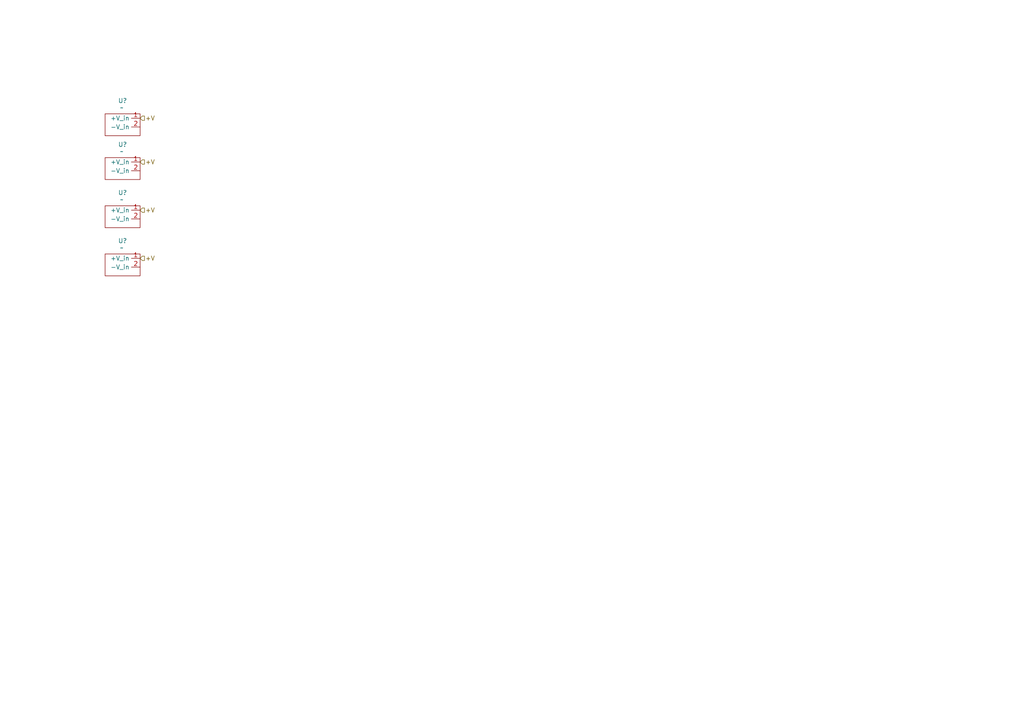
<source format=kicad_sch>
(kicad_sch (version 20250114) (generator "eeschema") (generator_version "9.0")
  (paper "A4")
  (lib_symbols
    (symbol "esc_pad:esc"
      (property "Reference" "U" (at 0 0 0))
      (symbol "esc_0_1"
        (rectangle (start -5.08 5.08) (end 5.08 -1.27))
      )
      (symbol "esc_1_1"
        (pin input line (at 5.08 3.81 180) (length 2.54) (name "+V_in") (number "1"))
        (pin input line (at 5.08 1.27 180) (length 2.54) (name "-V_in") (number "2"))
      )
    )
  )
  (hierarchical_label "+V" (shape input) (at 40.64 60.96 0))
  (hierarchical_label "+V" (shape input) (at 40.64 46.99 0))
  (hierarchical_label "+V" (shape input) (at 40.64 74.93 0))
  (hierarchical_label "+V" (shape input) (at 40.64 34.29 0))
  (symbol (lib_id "esc_pad:esc") (at 35.56 50.8 0) (unit 1)
    (property "Reference" "U?" (at 35.56 41.91 0))
    (property "Value" "~" (at 35.306 43.942 0))
  )
  (symbol (lib_id "esc_pad:esc") (at 35.56 38.1 0) (unit 1)
    (property "Reference" "U?" (at 35.56 29.21 0))
    (property "Value" "~" (at 35.306 31.242 0))
  )
  (symbol (lib_id "esc_pad:esc") (at 35.56 64.77 0) (unit 1)
    (property "Reference" "U?" (at 35.56 55.88 0))
    (property "Value" "~" (at 35.306 57.912 0))
  )
  (symbol (lib_id "esc_pad:esc") (at 35.56 78.74 0) (unit 1)
    (property "Reference" "U?" (at 35.56 69.85 0))
    (property "Value" "~" (at 35.306 71.882 0))
  )
)
</source>
